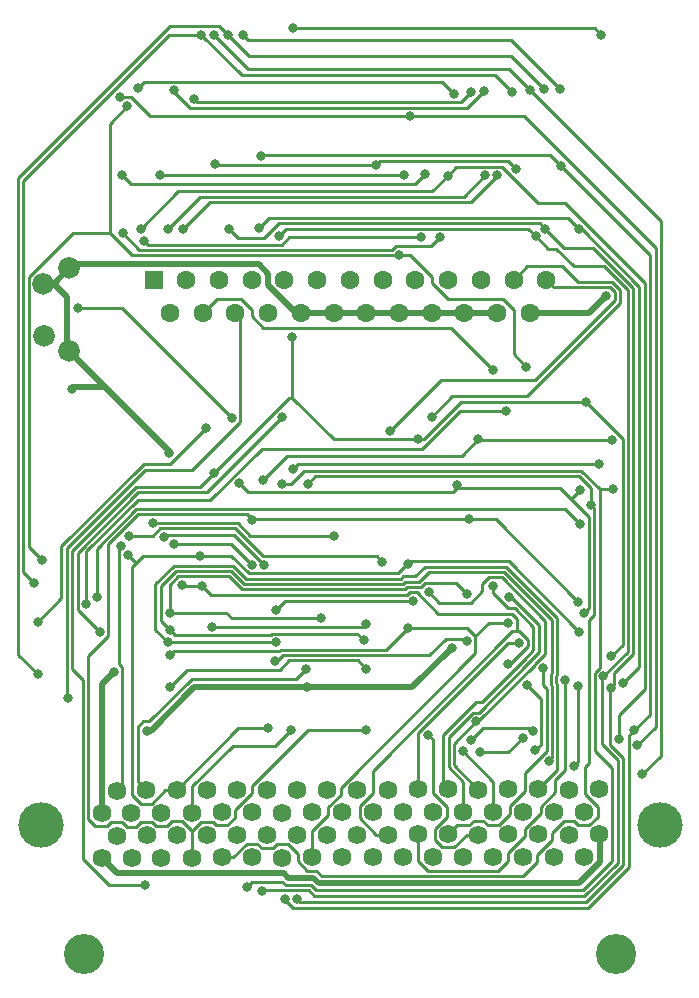
<source format=gbr>
%TF.GenerationSoftware,KiCad,Pcbnew,(6.0.2)*%
%TF.CreationDate,2022-05-20T20:38:17-05:00*%
%TF.ProjectId,REF1326_Optimized,52454631-3332-4365-9f4f-7074696d697a,rev?*%
%TF.SameCoordinates,Original*%
%TF.FileFunction,Copper,L2,Bot*%
%TF.FilePolarity,Positive*%
%FSLAX46Y46*%
G04 Gerber Fmt 4.6, Leading zero omitted, Abs format (unit mm)*
G04 Created by KiCad (PCBNEW (6.0.2)) date 2022-05-20 20:38:17*
%MOMM*%
%LPD*%
G01*
G04 APERTURE LIST*
%TA.AperFunction,ComponentPad*%
%ADD10R,1.600000X1.600000*%
%TD*%
%TA.AperFunction,ComponentPad*%
%ADD11C,1.600000*%
%TD*%
%TA.AperFunction,ComponentPad*%
%ADD12C,1.830000*%
%TD*%
%TA.AperFunction,ComponentPad*%
%ADD13C,1.590000*%
%TD*%
%TA.AperFunction,ComponentPad*%
%ADD14C,3.850000*%
%TD*%
%TA.AperFunction,ViaPad*%
%ADD15C,3.400000*%
%TD*%
%TA.AperFunction,ViaPad*%
%ADD16C,0.800000*%
%TD*%
%TA.AperFunction,Conductor*%
%ADD17C,0.250000*%
%TD*%
%TA.AperFunction,Conductor*%
%ADD18C,0.550000*%
%TD*%
%TA.AperFunction,Conductor*%
%ADD19C,0.200000*%
%TD*%
G04 APERTURE END LIST*
D10*
%TO.P,Z2,1,1*%
%TO.N,unconnected-(Z2-Pad1)*%
X127696000Y-75323000D03*
D11*
%TO.P,Z2,2,2*%
%TO.N,/Wire_21*%
X130466000Y-75323000D03*
%TO.P,Z2,3,3*%
%TO.N,/Wire_20*%
X133236000Y-75323000D03*
%TO.P,Z2,4,4*%
%TO.N,/Wire_19*%
X136006000Y-75323000D03*
%TO.P,Z2,5,5*%
%TO.N,/Wire_18*%
X138776000Y-75323000D03*
%TO.P,Z2,6,6*%
%TO.N,/Wire_1*%
X141546000Y-75323000D03*
%TO.P,Z2,7,7*%
%TO.N,unconnected-(Z2-Pad7)*%
X144316000Y-75323000D03*
%TO.P,Z2,8,8*%
%TO.N,unconnected-(Z2-Pad8)*%
X147086000Y-75323000D03*
%TO.P,Z2,9,9*%
%TO.N,unconnected-(Z2-Pad9)*%
X149856000Y-75323000D03*
%TO.P,Z2,10,10*%
%TO.N,/Wire_24*%
X152626000Y-75323000D03*
%TO.P,Z2,11,11*%
%TO.N,/Wire_25*%
X155396000Y-75323000D03*
%TO.P,Z2,12,12*%
%TO.N,/Wire_23*%
X158166000Y-75323000D03*
%TO.P,Z2,13,13*%
%TO.N,/Wire_22*%
X160936000Y-75323000D03*
%TO.P,Z2,14,P14*%
%TO.N,unconnected-(Z2-Pad14)*%
X129081000Y-78163000D03*
%TO.P,Z2,15,P15*%
%TO.N,/Wire_26*%
X131851000Y-78163000D03*
%TO.P,Z2,16,P16*%
%TO.N,/Wire_9*%
X134621000Y-78163000D03*
%TO.P,Z2,17,P17*%
%TO.N,unconnected-(Z2-Pad17)*%
X137391000Y-78163000D03*
%TO.P,Z2,18,P18*%
%TO.N,/GND*%
X140161000Y-78163000D03*
%TO.P,Z2,19,P19*%
X142931000Y-78163000D03*
%TO.P,Z2,20,P20*%
X145701000Y-78163000D03*
%TO.P,Z2,21,P21*%
X148471000Y-78163000D03*
%TO.P,Z2,22,P22*%
X151241000Y-78163000D03*
%TO.P,Z2,23,P23*%
X154011000Y-78163000D03*
%TO.P,Z2,24,P24*%
X156781000Y-78163000D03*
%TO.P,Z2,25,P25*%
X159551000Y-78163000D03*
%TD*%
D12*
%TO.P,Z1,1,1*%
%TO.N,/GND*%
X120549000Y-81397000D03*
%TO.P,Z1,2,2*%
%TO.N,/Wire_2*%
X118406000Y-80124000D03*
%TO.P,Z1,3,3*%
%TO.N,/GND*%
X118366000Y-75673000D03*
%TO.P,Z1,4,4*%
X120549000Y-74367000D03*
%TD*%
D13*
%TO.P,Z3,1*%
%TO.N,/Parallel_1*%
X124555000Y-118591000D03*
%TO.P,Z3,2*%
%TO.N,/Parallel_2*%
X127091000Y-118550000D03*
%TO.P,Z3,3*%
%TO.N,/Parallel_3*%
X129634300Y-118550000D03*
%TO.P,Z3,4*%
%TO.N,/Parallel_4*%
X132213000Y-118549000D03*
%TO.P,Z3,5*%
%TO.N,/Parallel_5*%
X134751000Y-118510300D03*
%TO.P,Z3,6*%
%TO.N,/Parallel_6*%
X137291000Y-118510300D03*
%TO.P,Z3,7*%
%TO.N,/Parallel_7*%
X139873700Y-118550000D03*
%TO.P,Z3,8*%
%TO.N,/Parallel_8*%
X142410000Y-118511000D03*
%TO.P,Z3,9*%
%TO.N,/Parallel_9*%
X144953000Y-118512000D03*
%TO.P,Z3,10*%
%TO.N,/Parallel_10*%
X147530000Y-118507000D03*
%TO.P,Z3,11*%
%TO.N,/Parallel_11*%
X150070000Y-118470000D03*
%TO.P,Z3,12*%
%TO.N,/Parallel_12*%
X152614000Y-118471000D03*
%TO.P,Z3,13*%
%TO.N,/Parallel_13*%
X155193100Y-118508000D03*
%TO.P,Z3,14*%
%TO.N,/Parallel_14*%
X157732000Y-118470000D03*
%TO.P,Z3,15*%
%TO.N,/Parallel_15*%
X160272000Y-118469000D03*
%TO.P,Z3,16*%
%TO.N,/Parallel_16*%
X162851000Y-118511000D03*
%TO.P,Z3,17*%
%TO.N,/Parallel_17*%
X165392800Y-118470600D03*
%TO.P,Z3,18*%
%TO.N,/Parallel_18*%
X164122800Y-120375600D03*
%TO.P,Z3,19*%
%TO.N,/Parallel_19*%
X161582000Y-120415000D03*
%TO.P,Z3,20*%
%TO.N,/Parallel_20*%
X159003100Y-120375600D03*
%TO.P,Z3,21*%
%TO.N,/Parallel_21*%
X156463100Y-120375600D03*
%TO.P,Z3,22*%
%TO.N,/Parallel_22*%
X153921000Y-120416000D03*
%TO.P,Z3,23*%
%TO.N,/Parallel_23*%
X151341000Y-120375000D03*
%TO.P,Z3,24*%
%TO.N,/Parallel_24*%
X148805000Y-120376000D03*
%TO.P,Z3,25*%
%TO.N,/Parallel_25*%
X146263400Y-120415300D03*
%TO.P,Z3,26*%
%TO.N,/Parallel_26*%
X143683700Y-120415300D03*
%TO.P,Z3,27*%
%TO.N,/Parallel_27*%
X141143700Y-120411000D03*
%TO.P,Z3,28*%
%TO.N,/Parallel_28*%
X138603000Y-120454000D03*
%TO.P,Z3,29*%
%TO.N,/Parallel_29*%
X136021000Y-120415000D03*
%TO.P,Z3,30*%
%TO.N,/Parallel_30*%
X133484000Y-120414000D03*
%TO.P,Z3,31*%
%TO.N,/Parallel_31*%
X130943000Y-120452000D03*
%TO.P,Z3,32*%
%TO.N,/Parallel_32*%
X128362000Y-120455000D03*
%TO.P,Z3,33*%
%TO.N,/Parallel_33*%
X125821000Y-120454000D03*
%TO.P,Z3,34*%
%TO.N,/GND*%
X123284300Y-120494600D03*
%TO.P,Z3,35*%
%TO.N,/Parallel_35*%
X124554300Y-122399600D03*
%TO.P,Z3,36*%
%TO.N,/Parallel_36*%
X127094300Y-122360000D03*
%TO.P,Z3,37*%
%TO.N,/Parallel_37*%
X129633000Y-122360000D03*
%TO.P,Z3,38*%
%TO.N,/Parallel_38*%
X132215000Y-122361000D03*
%TO.P,Z3,39*%
%TO.N,/Parallel_39*%
X134754000Y-122317000D03*
%TO.P,Z3,40*%
%TO.N,/Parallel_40*%
X137294000Y-122320300D03*
%TO.P,Z3,41*%
%TO.N,/Parallel_41*%
X139873700Y-122360000D03*
%TO.P,Z3,42*%
%TO.N,/Parallel_42*%
X142412000Y-122320000D03*
%TO.P,Z3,43*%
%TO.N,/Parallel_43*%
X144954000Y-122318000D03*
%TO.P,Z3,44*%
%TO.N,/Parallel_44*%
X147530000Y-122318000D03*
%TO.P,Z3,45*%
%TO.N,/Parallel_45*%
X150073400Y-122280600D03*
%TO.P,Z3,46*%
%TO.N,/Parallel_46*%
X152613000Y-122278000D03*
%TO.P,Z3,47*%
%TO.N,/Parallel_47*%
X155194000Y-122318000D03*
%TO.P,Z3,48*%
%TO.N,/Parallel_48*%
X157730000Y-122281000D03*
%TO.P,Z3,49*%
%TO.N,/Parallel_49*%
X160271000Y-122281000D03*
%TO.P,Z3,50*%
%TO.N,/Parallel_50*%
X162852000Y-122317000D03*
%TO.P,Z3,51*%
%TO.N,/GND*%
X165392800Y-122280600D03*
%TO.P,Z3,52*%
%TO.N,/Parallel_52*%
X164122800Y-124185600D03*
%TO.P,Z3,53*%
%TO.N,/Parallel_53*%
X161580000Y-124226000D03*
%TO.P,Z3,54*%
%TO.N,/Parallel_54*%
X159002000Y-124183000D03*
%TO.P,Z3,55*%
%TO.N,/Parallel_55*%
X156463100Y-124185600D03*
%TO.P,Z3,56*%
%TO.N,/Parallel_56*%
X153924000Y-124224000D03*
%TO.P,Z3,57*%
%TO.N,/Parallel_57*%
X151342000Y-124185000D03*
%TO.P,Z3,58*%
%TO.N,/Parallel_58*%
X148803400Y-124185600D03*
%TO.P,Z3,59*%
%TO.N,/Parallel_59*%
X146264000Y-124223000D03*
%TO.P,Z3,60*%
%TO.N,/Parallel_60*%
X143683000Y-124222000D03*
%TO.P,Z3,61*%
%TO.N,/Parallel_61*%
X141144000Y-124224000D03*
%TO.P,Z3,62*%
%TO.N,/Parallel_62*%
X138605000Y-124265000D03*
%TO.P,Z3,63*%
%TO.N,/Parallel_63*%
X136022000Y-124224000D03*
%TO.P,Z3,64*%
%TO.N,/Parallel_64*%
X133483000Y-124224000D03*
%TO.P,Z3,65*%
%TO.N,/Parallel_65*%
X130944000Y-124265000D03*
%TO.P,Z3,66*%
%TO.N,/Parallel_66*%
X128361000Y-124264000D03*
%TO.P,Z3,67*%
%TO.N,/Parallel_67*%
X125824000Y-124263000D03*
%TO.P,Z3,68*%
%TO.N,/GND*%
X123283000Y-124304600D03*
D14*
%TO.P,Z3,69*%
%TO.N,N/C*%
X118197000Y-121483000D03*
%TO.P,Z3,70*%
X170552000Y-121485000D03*
%TD*%
D15*
%TO.N,*%
X166831000Y-132439000D03*
X121785000Y-132440000D03*
D16*
%TO.N,/Wire_26*%
X156456000Y-83014500D03*
%TO.N,/Wire_22*%
X147744000Y-88119500D03*
%TO.N,/Wire_23*%
X151239000Y-86943900D03*
%TO.N,/Wire_9*%
X120453000Y-110762000D03*
%TO.N,/Wire_6*%
X121994000Y-102760000D03*
X157569000Y-86437700D03*
%TO.N,/Wire_5*%
X132130000Y-87914700D03*
X117864000Y-104346000D03*
%TO.N,/Wire_1*%
X123150000Y-105177000D03*
X138578000Y-86983100D03*
%TO.N,/Wire_14*%
X137045000Y-99480900D03*
X128575000Y-97125900D03*
%TO.N,/Wire_15*%
X136045000Y-99480900D03*
X129426000Y-97689900D03*
%TO.N,/Wire_11*%
X125627000Y-97069200D03*
X147073000Y-99233000D03*
%TO.N,/Wire_12*%
X142958000Y-97013200D03*
X127628000Y-95934800D03*
%TO.N,/Parallel_49*%
X129052000Y-105011000D03*
X145496000Y-105866000D03*
X161135000Y-116118000D03*
%TO.N,/Parallel_21*%
X129043000Y-109855000D03*
X153856000Y-115231000D03*
X145671000Y-108263000D03*
%TO.N,/Parallel_15*%
X128904000Y-106048000D03*
X138033000Y-106048000D03*
%TO.N,/Parallel_2*%
X140559000Y-108287000D03*
%TO.N,/Parallel_1*%
X124929000Y-97865700D03*
%TO.N,/Parallel_47*%
X154187000Y-101942000D03*
X129061000Y-103549000D03*
X141881000Y-103969000D03*
X150940000Y-113876000D03*
%TO.N,/Wire_7*%
X122870000Y-102179000D03*
X163822000Y-96060300D03*
%TO.N,/Wire_17*%
X154190000Y-105900000D03*
X137995000Y-107623000D03*
%TO.N,/Wire_16*%
X149660000Y-102531000D03*
X138081000Y-103261000D03*
%TO.N,/VCC*%
X127108000Y-113536000D03*
X152947000Y-106484000D03*
X140657000Y-109850000D03*
%TO.N,/Parallel_56*%
X124822000Y-59851400D03*
X168655000Y-114719000D03*
X149384000Y-61501800D03*
X160007000Y-115195000D03*
X159320000Y-109638000D03*
%TO.N,/Wire_13*%
X121260000Y-77763200D03*
X134310000Y-87069000D03*
%TO.N,/Wire_3*%
X125444000Y-60643900D03*
X148468000Y-73252400D03*
X118245000Y-99086800D03*
X159223000Y-82708500D03*
%TO.N,/Parallel_46*%
X153159000Y-59597400D03*
X160685000Y-108174000D03*
X126341000Y-59138200D03*
%TO.N,/Parallel_11*%
X131115000Y-60054500D03*
X158598000Y-106108000D03*
X154589000Y-59427200D03*
%TO.N,/Parallel_45*%
X162513000Y-109205000D03*
X155699000Y-59343400D03*
X129441000Y-59302100D03*
%TO.N,/Parallel_57*%
X163642000Y-109707000D03*
X163280000Y-116498000D03*
%TO.N,/Wire_4*%
X117552000Y-101003000D03*
X158042000Y-59437400D03*
X131739000Y-54597000D03*
%TO.N,/Parallel_23*%
X132767000Y-54595000D03*
X169053000Y-117221000D03*
X159530000Y-59263100D03*
%TO.N,/Wire_8*%
X117866000Y-108736000D03*
X160778000Y-59181600D03*
X133995000Y-54602500D03*
%TO.N,/Parallel_64*%
X162086000Y-59178800D03*
X140749000Y-92599200D03*
X164710000Y-94377800D03*
X135268000Y-54603800D03*
%TO.N,/Parallel_30*%
X139509000Y-91341100D03*
X165437000Y-90954400D03*
%TO.N,/Parallel_38*%
X166612000Y-93066300D03*
X135573000Y-126771000D03*
X138578000Y-92597600D03*
%TO.N,/Parallel_4*%
X139477000Y-54055000D03*
X136952000Y-92253300D03*
X166480000Y-88907000D03*
X165610000Y-54633700D03*
X155176000Y-88826600D03*
%TO.N,/Parallel_65*%
X136018000Y-95697300D03*
X154375000Y-95634500D03*
X163661000Y-102623000D03*
X145638000Y-113451000D03*
%TO.N,/Parallel_31*%
X134935000Y-92589500D03*
X163830000Y-93150200D03*
X153410000Y-92728000D03*
X139286000Y-113472000D03*
X164167000Y-103532000D03*
%TO.N,/Parallel_37*%
X164277000Y-85694900D03*
X126944000Y-126566000D03*
X166438000Y-107221000D03*
X139450000Y-80160100D03*
X150056000Y-88863900D03*
X132811000Y-91716900D03*
%TO.N,/Parallel_3*%
X136580000Y-71001000D03*
X167417000Y-109509000D03*
X149253000Y-99430600D03*
X125563000Y-98652900D03*
X137354000Y-113328000D03*
X163673000Y-71041500D03*
X131642000Y-98711800D03*
X163721000Y-105144000D03*
%TO.N,/Parallel_7*%
X138856000Y-127771000D03*
X162208000Y-65700800D03*
X168379000Y-113501000D03*
X136768000Y-64862800D03*
%TO.N,/Parallel_41*%
X134037000Y-71018600D03*
X139874000Y-127771000D03*
X166392000Y-109873000D03*
X160860000Y-71041800D03*
%TO.N,/Parallel_27*%
X165770000Y-108905000D03*
X160058000Y-71655200D03*
X138270000Y-71610900D03*
X136911000Y-127084000D03*
%TO.N,/Parallel_61*%
X158370000Y-65968500D03*
X157730000Y-104388000D03*
X132921000Y-65512600D03*
X129047000Y-107144000D03*
X146507000Y-65657800D03*
X149241000Y-104823000D03*
%TO.N,/Parallel_10*%
X159784000Y-113508000D03*
X132651000Y-104705000D03*
X154581000Y-114351000D03*
X156770000Y-66501300D03*
X130225000Y-71042500D03*
X145650000Y-104493000D03*
%TO.N,/Parallel_44*%
X157688000Y-107898000D03*
X155769000Y-66505900D03*
X130092000Y-101170000D03*
X128913000Y-71033600D03*
X131760000Y-101266000D03*
%TO.N,/Parallel_24*%
X158969000Y-114108000D03*
X148915000Y-66484800D03*
X128218000Y-66487700D03*
X155306000Y-115356000D03*
%TO.N,/Parallel_58*%
X167072000Y-114263000D03*
X126612000Y-71032000D03*
X152579000Y-66526100D03*
%TO.N,/Parallel_12*%
X125087000Y-71402400D03*
X156407000Y-101294000D03*
X151927000Y-71741400D03*
%TO.N,/Parallel_22*%
X150654000Y-66425700D03*
X124985000Y-66451900D03*
X157764000Y-102169000D03*
%TO.N,/Parallel_13*%
X150359000Y-71741400D03*
X150969000Y-101754000D03*
X126905000Y-72054700D03*
X155010000Y-112734000D03*
%TO.N,/GND*%
X166025000Y-76710400D03*
X129014000Y-89972600D03*
X124318000Y-108547000D03*
X120750900Y-84591600D03*
%TD*%
D17*
%TO.N,/Wire_26*%
X133022000Y-76992500D02*
X131851000Y-78163000D01*
X135092000Y-76992500D02*
X133022000Y-76992500D01*
X136006000Y-77906000D02*
X135092000Y-76992500D01*
X136006000Y-78440900D02*
X136006000Y-77906000D01*
X136986000Y-79420900D02*
X136006000Y-78440900D01*
X152862000Y-79420900D02*
X136986000Y-79420900D01*
X156456000Y-83014500D02*
X152862000Y-79420900D01*
%TO.N,/Wire_22*%
X152044000Y-83819100D02*
X147744000Y-88119500D01*
X160022000Y-83819100D02*
X152044000Y-83819100D01*
X166751000Y-77090800D02*
X160022000Y-83819100D01*
X166751000Y-76409900D02*
X166751000Y-77090800D01*
X166326000Y-75985100D02*
X166751000Y-76409900D01*
X161598000Y-75985100D02*
X166326000Y-75985100D01*
X160936000Y-75323000D02*
X161598000Y-75985100D01*
%TO.N,/Wire_23*%
X159341000Y-74147900D02*
X158166000Y-75323000D01*
X162233000Y-74147900D02*
X159341000Y-74147900D01*
X163620000Y-75534800D02*
X162233000Y-74147900D01*
X166512000Y-75534800D02*
X163620000Y-75534800D01*
X167201000Y-76223300D02*
X166512000Y-75534800D01*
X167201000Y-77300200D02*
X167201000Y-76223300D01*
X159278000Y-85223000D02*
X167201000Y-77300200D01*
X152960000Y-85223000D02*
X159278000Y-85223000D01*
X151239000Y-86943900D02*
X152960000Y-85223000D01*
%TO.N,/Wire_9*%
X120344000Y-110652000D02*
X120453000Y-110762000D01*
X120344000Y-98086300D02*
X120344000Y-110652000D01*
X126964000Y-91465400D02*
X120344000Y-98086300D01*
X130965000Y-91465400D02*
X126964000Y-91465400D01*
X135037000Y-87393800D02*
X130965000Y-91465400D01*
X135037000Y-78578800D02*
X135037000Y-87393800D01*
X134621000Y-78163000D02*
X135037000Y-78578800D01*
%TO.N,/Wire_6*%
X121994000Y-98346200D02*
X121994000Y-102760000D01*
X126350000Y-93990400D02*
X121994000Y-98346200D01*
X132493000Y-93990400D02*
X126350000Y-93990400D01*
X136831000Y-89652100D02*
X132493000Y-93990400D01*
X150435000Y-89652100D02*
X136831000Y-89652100D01*
X153649000Y-86437700D02*
X150435000Y-89652100D01*
X157569000Y-86437700D02*
X153649000Y-86437700D01*
%TO.N,/Wire_5*%
X119893000Y-102318000D02*
X117864000Y-104346000D01*
X119893000Y-97894900D02*
X119893000Y-102318000D01*
X126841000Y-90947400D02*
X119893000Y-97894900D01*
X129098000Y-90947400D02*
X126841000Y-90947400D01*
X132130000Y-87914700D02*
X129098000Y-90947400D01*
%TO.N,/Wire_1*%
X132246000Y-93314800D02*
X138578000Y-86983100D01*
X126389000Y-93314800D02*
X132246000Y-93314800D01*
X121269000Y-98434700D02*
X126389000Y-93314800D01*
X121269000Y-103296000D02*
X121269000Y-98434700D01*
X123150000Y-105177000D02*
X121269000Y-103296000D01*
%TO.N,/Wire_14*%
X137045000Y-99455500D02*
X137045000Y-99480900D01*
X134527000Y-96936800D02*
X137045000Y-99455500D01*
X128764000Y-96936800D02*
X134527000Y-96936800D01*
X128575000Y-97125900D02*
X128764000Y-96936800D01*
%TO.N,/Wire_15*%
X134254000Y-97689900D02*
X136045000Y-99480900D01*
X129426000Y-97689900D02*
X134254000Y-97689900D01*
%TO.N,/Wire_11*%
X127606000Y-97069200D02*
X125627000Y-97069200D01*
X128274000Y-96400600D02*
X127606000Y-97069200D01*
X134627000Y-96400600D02*
X128274000Y-96400600D01*
X136982000Y-98755600D02*
X134627000Y-96400600D01*
X146595000Y-98755600D02*
X136982000Y-98755600D01*
X147073000Y-99233000D02*
X146595000Y-98755600D01*
%TO.N,/Wire_12*%
X135877000Y-97013200D02*
X142958000Y-97013200D01*
X134798000Y-95934800D02*
X135877000Y-97013200D01*
X127628000Y-95934800D02*
X134798000Y-95934800D01*
%TO.N,/Parallel_49*%
X161410000Y-115843000D02*
X161135000Y-116118000D01*
X161410000Y-109765000D02*
X161410000Y-115843000D01*
X161337000Y-109692000D02*
X161410000Y-109765000D01*
X161337000Y-108718000D02*
X161337000Y-109692000D01*
X161410000Y-108645000D02*
X161337000Y-108718000D01*
X161410000Y-104150000D02*
X161410000Y-108645000D01*
X157342000Y-100081000D02*
X161410000Y-104150000D01*
X150979000Y-100081000D02*
X157342000Y-100081000D01*
X150155000Y-100905000D02*
X150979000Y-100081000D01*
X148986000Y-100905000D02*
X150155000Y-100905000D01*
X148785000Y-101107000D02*
X148986000Y-100905000D01*
X135371000Y-101107000D02*
X148785000Y-101107000D01*
X134258000Y-99993900D02*
X135371000Y-101107000D01*
X129605000Y-99993900D02*
X134258000Y-99993900D01*
X128309000Y-101290000D02*
X129605000Y-99993900D01*
X128309000Y-104267000D02*
X128309000Y-101290000D01*
X129052000Y-105011000D02*
X128309000Y-104267000D01*
X129481000Y-105439000D02*
X129052000Y-105011000D01*
X137616000Y-105439000D02*
X129481000Y-105439000D01*
X137733000Y-105323000D02*
X137616000Y-105439000D01*
X144952000Y-105323000D02*
X137733000Y-105323000D01*
X145496000Y-105866000D02*
X144952000Y-105323000D01*
%TO.N,/Parallel_21*%
X144969000Y-107562000D02*
X145671000Y-108263000D01*
X139164000Y-107562000D02*
X144969000Y-107562000D01*
X138371000Y-108355000D02*
X139164000Y-107562000D01*
X130543000Y-108355000D02*
X138371000Y-108355000D01*
X129043000Y-109855000D02*
X130543000Y-108355000D01*
X156463000Y-120376000D02*
X156463000Y-119889500D01*
X156463000Y-117838000D02*
X153856000Y-115231000D01*
X156463000Y-119889500D02*
X156463000Y-117838000D01*
X156463100Y-119889600D02*
X156463100Y-120375600D01*
X156463000Y-119889500D02*
X156463100Y-119889600D01*
%TO.N,/Parallel_15*%
X161861000Y-116880000D02*
X160272000Y-118469000D01*
X161861000Y-109578000D02*
X161861000Y-116880000D01*
X161788000Y-109505000D02*
X161861000Y-109578000D01*
X161788000Y-108904000D02*
X161788000Y-109505000D01*
X161861000Y-108831000D02*
X161788000Y-108904000D01*
X161861000Y-103963000D02*
X161861000Y-108831000D01*
X157528000Y-99630900D02*
X161861000Y-103963000D01*
X150676000Y-99630900D02*
X157528000Y-99630900D01*
X149852000Y-100455000D02*
X150676000Y-99630900D01*
X148800000Y-100455000D02*
X149852000Y-100455000D01*
X148598000Y-100657000D02*
X148800000Y-100455000D01*
X135558000Y-100657000D02*
X148598000Y-100657000D01*
X134445000Y-99543600D02*
X135558000Y-100657000D01*
X129418000Y-99543600D02*
X134445000Y-99543600D01*
X127836000Y-101127000D02*
X129418000Y-99543600D01*
X127836000Y-104979000D02*
X127836000Y-101127000D01*
X128904000Y-106048000D02*
X127836000Y-104979000D01*
X128904000Y-106048000D02*
X138033000Y-106048000D01*
%TO.N,/Parallel_2*%
X126381000Y-117840000D02*
X127091000Y-118550000D01*
X126381000Y-113194000D02*
X126381000Y-117840000D01*
X126836000Y-112739000D02*
X126381000Y-113194000D01*
X127344000Y-112739000D02*
X126836000Y-112739000D01*
X130959000Y-109124000D02*
X127344000Y-112739000D01*
X139722000Y-109124000D02*
X130959000Y-109124000D01*
X140559000Y-108287000D02*
X139722000Y-109124000D01*
%TO.N,/Parallel_1*%
X124788000Y-98006400D02*
X124929000Y-97865700D01*
X124788000Y-107869000D02*
X124788000Y-98006400D01*
X125047000Y-108128000D02*
X124788000Y-107869000D01*
X125047000Y-118099000D02*
X125047000Y-108128000D01*
X124555000Y-118591000D02*
X125047000Y-118099000D01*
%TO.N,/Parallel_47*%
X141858000Y-103992000D02*
X141881000Y-103969000D01*
X134308000Y-103992000D02*
X141858000Y-103992000D01*
X133865000Y-103549000D02*
X134308000Y-103992000D01*
X129061000Y-103549000D02*
X133865000Y-103549000D01*
X129061000Y-101175000D02*
X129061000Y-103549000D01*
X129792000Y-100444000D02*
X129061000Y-101175000D01*
X134072000Y-100444000D02*
X129792000Y-100444000D01*
X135185000Y-101557000D02*
X134072000Y-100444000D01*
X148971000Y-101557000D02*
X135185000Y-101557000D01*
X149173000Y-101356000D02*
X148971000Y-101557000D01*
X150342000Y-101356000D02*
X149173000Y-101356000D01*
X150669000Y-101029000D02*
X150342000Y-101356000D01*
X153274000Y-101029000D02*
X150669000Y-101029000D01*
X154187000Y-101942000D02*
X153274000Y-101029000D01*
X151329000Y-114265000D02*
X150940000Y-113876000D01*
X151329000Y-118771000D02*
X151329000Y-114265000D01*
X152501000Y-119943000D02*
X151329000Y-118771000D01*
X152501000Y-120799000D02*
X152501000Y-119943000D01*
X151493000Y-121808000D02*
X152501000Y-120799000D01*
X151493000Y-122747000D02*
X151493000Y-121808000D01*
X152144000Y-123398000D02*
X151493000Y-122747000D01*
X153163000Y-123398000D02*
X152144000Y-123398000D01*
X154244000Y-122318000D02*
X153163000Y-123398000D01*
X155194000Y-122318000D02*
X154244000Y-122318000D01*
%TO.N,/Wire_7*%
X122870000Y-98115000D02*
X122870000Y-102179000D01*
X126226000Y-94759200D02*
X122870000Y-98115000D01*
X162521000Y-94759200D02*
X126226000Y-94759200D01*
X163822000Y-96060300D02*
X162521000Y-94759200D01*
%TO.N,/Wire_17*%
X154014000Y-105724000D02*
X154190000Y-105900000D01*
X152415000Y-105724000D02*
X154014000Y-105724000D01*
X151032000Y-107108000D02*
X152415000Y-105724000D01*
X138636000Y-107108000D02*
X151032000Y-107108000D01*
X138121000Y-107623000D02*
X138636000Y-107108000D01*
X137995000Y-107623000D02*
X138121000Y-107623000D01*
%TO.N,/Wire_16*%
X138811000Y-102531000D02*
X138081000Y-103261000D01*
X149660000Y-102531000D02*
X138811000Y-102531000D01*
D18*
%TO.N,/VCC*%
X149581000Y-109850000D02*
X140657000Y-109850000D01*
X152947000Y-106484000D02*
X149581000Y-109850000D01*
X127439000Y-113536000D02*
X127108000Y-113536000D01*
X131126000Y-109850000D02*
X127439000Y-113536000D01*
X140657000Y-109850000D02*
X131126000Y-109850000D01*
D17*
%TO.N,/Parallel_56*%
X127423000Y-61501800D02*
X149384000Y-61501800D01*
X125773000Y-59851400D02*
X127423000Y-61501800D01*
X124822000Y-59851400D02*
X125773000Y-59851400D01*
X170193000Y-113181000D02*
X168655000Y-114719000D01*
X170193000Y-72646900D02*
X170193000Y-113181000D01*
X159048000Y-61501800D02*
X170193000Y-72646900D01*
X149384000Y-61501800D02*
X159048000Y-61501800D01*
X160510000Y-110827000D02*
X159320000Y-109638000D01*
X160510000Y-114692000D02*
X160510000Y-110827000D01*
X160007000Y-115195000D02*
X160510000Y-114692000D01*
%TO.N,/Wire_13*%
X125004000Y-77763200D02*
X121260000Y-77763200D01*
X134310000Y-87069000D02*
X125004000Y-77763200D01*
%TO.N,/Wire_3*%
X148462000Y-73258400D02*
X148468000Y-73252400D01*
X125874000Y-73258400D02*
X148462000Y-73258400D01*
X123975000Y-71360000D02*
X125874000Y-73258400D01*
X117126000Y-97967200D02*
X118245000Y-99086800D01*
X117126000Y-75140800D02*
X117126000Y-97967200D01*
X120906000Y-71360000D02*
X117126000Y-75140800D01*
X123975000Y-71360000D02*
X120906000Y-71360000D01*
X123975000Y-62112300D02*
X125444000Y-60643900D01*
X123975000Y-71360000D02*
X123975000Y-62112300D01*
X158166000Y-81651900D02*
X159223000Y-82708500D01*
X158166000Y-77906000D02*
X158166000Y-81651900D01*
X157252000Y-76992500D02*
X158166000Y-77906000D01*
X152625000Y-76992500D02*
X157252000Y-76992500D01*
X151241000Y-75608600D02*
X152625000Y-76992500D01*
X151241000Y-75107700D02*
X151241000Y-75608600D01*
X149386000Y-73252400D02*
X151241000Y-75107700D01*
X148468000Y-73252400D02*
X149386000Y-73252400D01*
%TO.N,/Parallel_46*%
X152138000Y-58576800D02*
X153159000Y-59597400D01*
X126902000Y-58576800D02*
X152138000Y-58576800D01*
X126341000Y-59138200D02*
X126902000Y-58576800D01*
X153355000Y-121536000D02*
X152613000Y-122278000D01*
X154391000Y-121536000D02*
X153355000Y-121536000D01*
X154784000Y-121143000D02*
X154391000Y-121536000D01*
X155625000Y-121143000D02*
X154784000Y-121143000D01*
X155981000Y-121499000D02*
X155625000Y-121143000D01*
X156924000Y-121499000D02*
X155981000Y-121499000D01*
X157883000Y-120540000D02*
X156924000Y-121499000D01*
X157883000Y-119908000D02*
X157883000Y-120540000D01*
X159152000Y-118639000D02*
X157883000Y-119908000D01*
X159152000Y-117076000D02*
X159152000Y-118639000D01*
X160960000Y-115268000D02*
X159152000Y-117076000D01*
X160960000Y-109952000D02*
X160960000Y-115268000D01*
X160685000Y-109676000D02*
X160960000Y-109952000D01*
X160685000Y-108174000D02*
X160685000Y-109676000D01*
%TO.N,/Parallel_11*%
X153690000Y-60326100D02*
X154589000Y-59427200D01*
X131387000Y-60326100D02*
X153690000Y-60326100D01*
X131115000Y-60054500D02*
X131387000Y-60326100D01*
X157677000Y-106108000D02*
X158598000Y-106108000D01*
X150070000Y-113715000D02*
X157677000Y-106108000D01*
X150070000Y-118470000D02*
X150070000Y-113715000D01*
%TO.N,/Parallel_45*%
X154266000Y-60776400D02*
X155699000Y-59343400D01*
X131419000Y-60776400D02*
X154266000Y-60776400D01*
X131416000Y-60779800D02*
X131419000Y-60776400D01*
X130815000Y-60779800D02*
X131416000Y-60779800D01*
X129441000Y-59406200D02*
X130815000Y-60779800D01*
X129441000Y-59302100D02*
X129441000Y-59406200D01*
X150073000Y-124512000D02*
X150073000Y-122785400D01*
X150938000Y-125376000D02*
X150073000Y-124512000D01*
X156884000Y-125376000D02*
X150938000Y-125376000D01*
X157734000Y-124526000D02*
X156884000Y-125376000D01*
X157734000Y-123864000D02*
X157734000Y-124526000D01*
X159151000Y-122447000D02*
X157734000Y-123864000D01*
X159151000Y-121817000D02*
X159151000Y-122447000D01*
X160452000Y-120516000D02*
X159151000Y-121817000D01*
X160452000Y-119961000D02*
X160452000Y-120516000D01*
X161721000Y-118692000D02*
X160452000Y-119961000D01*
X161721000Y-117657000D02*
X161721000Y-118692000D01*
X162513000Y-116865000D02*
X161721000Y-117657000D01*
X162513000Y-109205000D02*
X162513000Y-116865000D01*
X150073000Y-122785400D02*
X150073000Y-122281000D01*
X150073400Y-122785000D02*
X150073400Y-122280600D01*
X150073000Y-122785400D02*
X150073400Y-122785000D01*
%TO.N,/Parallel_57*%
X163642000Y-116135000D02*
X163280000Y-116498000D01*
X163642000Y-109707000D02*
X163642000Y-116135000D01*
%TO.N,/Wire_4*%
X156641000Y-58036600D02*
X158042000Y-59437400D01*
X135178000Y-58036600D02*
X156641000Y-58036600D01*
X131739000Y-54597000D02*
X135178000Y-58036600D01*
X116674000Y-100126000D02*
X117552000Y-101003000D01*
X116674000Y-66948600D02*
X116674000Y-100126000D01*
X129026000Y-54597000D02*
X116674000Y-66948600D01*
X131739000Y-54597000D02*
X129026000Y-54597000D01*
%TO.N,/Parallel_23*%
X170644000Y-70376200D02*
X159530000Y-59263100D01*
X170644000Y-115630000D02*
X170644000Y-70376200D01*
X169053000Y-117221000D02*
X170644000Y-115630000D01*
X157787000Y-57520100D02*
X159530000Y-59263100D01*
X135692000Y-57520100D02*
X157787000Y-57520100D01*
X132767000Y-54595000D02*
X135692000Y-57520100D01*
%TO.N,/Wire_8*%
X116224000Y-107093000D02*
X117866000Y-108736000D01*
X116224000Y-66762000D02*
X116224000Y-107093000D01*
X129118000Y-53867800D02*
X116224000Y-66762000D01*
X133260000Y-53867800D02*
X129118000Y-53867800D01*
X133995000Y-54602500D02*
X133260000Y-53867800D01*
X135751000Y-56358700D02*
X133995000Y-54602500D01*
X157956000Y-56358700D02*
X135751000Y-56358700D01*
X160778000Y-59181600D02*
X157956000Y-56358700D01*
%TO.N,/Parallel_64*%
X164710000Y-92985500D02*
X164710000Y-94377800D01*
X163698000Y-91974500D02*
X164710000Y-92985500D01*
X141373000Y-91974500D02*
X163698000Y-91974500D01*
X140749000Y-92599200D02*
X141373000Y-91974500D01*
X135728000Y-55063900D02*
X135268000Y-54603800D01*
X157971000Y-55063900D02*
X135728000Y-55063900D01*
X162086000Y-59178800D02*
X157971000Y-55063900D01*
X134435000Y-124224000D02*
X133483000Y-124224000D01*
X135573000Y-123086000D02*
X134435000Y-124224000D01*
X136472000Y-123086000D02*
X135573000Y-123086000D01*
X136831000Y-123445000D02*
X136472000Y-123086000D01*
X137797000Y-123445000D02*
X136831000Y-123445000D01*
X138116000Y-123127000D02*
X137797000Y-123445000D01*
X139054000Y-123127000D02*
X138116000Y-123127000D01*
X139895000Y-123968000D02*
X139054000Y-123127000D01*
X139895000Y-124584000D02*
X139895000Y-123968000D01*
X140673000Y-125362000D02*
X139895000Y-124584000D01*
X141474000Y-125362000D02*
X140673000Y-125362000D01*
X141938000Y-125826000D02*
X141474000Y-125362000D01*
X158943000Y-125826000D02*
X141938000Y-125826000D01*
X160132000Y-124638000D02*
X158943000Y-125826000D01*
X160132000Y-124005000D02*
X160132000Y-124638000D01*
X161402000Y-122734000D02*
X160132000Y-124005000D01*
X161402000Y-122181000D02*
X161402000Y-122734000D01*
X162427000Y-121156000D02*
X161402000Y-122181000D01*
X163297000Y-121156000D02*
X162427000Y-121156000D01*
X163654000Y-121513000D02*
X163297000Y-121156000D01*
X164570000Y-121513000D02*
X163654000Y-121513000D01*
X165282000Y-120801000D02*
X164570000Y-121513000D01*
X165282000Y-119947000D02*
X165282000Y-120801000D01*
X164232000Y-118898000D02*
X165282000Y-119947000D01*
X164232000Y-116627000D02*
X164232000Y-118898000D01*
X164595000Y-116264000D02*
X164232000Y-116627000D01*
X164595000Y-104130000D02*
X164595000Y-116264000D01*
X164998000Y-103727000D02*
X164595000Y-104130000D01*
X164998000Y-94666400D02*
X164998000Y-103727000D01*
X164710000Y-94377800D02*
X164998000Y-94666400D01*
%TO.N,/Parallel_30*%
X139896000Y-90954400D02*
X139509000Y-91341100D01*
X165437000Y-90954400D02*
X139896000Y-90954400D01*
%TO.N,/Parallel_38*%
X165448000Y-93066300D02*
X166612000Y-93066300D01*
X139312000Y-92597600D02*
X138578000Y-92597600D01*
X140397000Y-91513100D02*
X139312000Y-92597600D01*
X163895000Y-91513100D02*
X140397000Y-91513100D01*
X165448000Y-93066300D02*
X163895000Y-91513100D01*
X136053000Y-126291000D02*
X135573000Y-126771000D01*
X138579000Y-126291000D02*
X136053000Y-126291000D01*
X138883000Y-126596000D02*
X138579000Y-126291000D01*
X141010000Y-126596000D02*
X138883000Y-126596000D01*
X141464000Y-127050000D02*
X141010000Y-126596000D01*
X164015000Y-127050000D02*
X141464000Y-127050000D01*
X166545000Y-124520000D02*
X164015000Y-127050000D01*
X166545000Y-116702000D02*
X166545000Y-124520000D01*
X165045000Y-115202000D02*
X166545000Y-116702000D01*
X165045000Y-108604000D02*
X165045000Y-115202000D01*
X165448000Y-108201000D02*
X165045000Y-108604000D01*
X165448000Y-93066300D02*
X165448000Y-108201000D01*
%TO.N,/Parallel_4*%
X165031000Y-54055000D02*
X165610000Y-54633700D01*
X139477000Y-54055000D02*
X165031000Y-54055000D01*
X155256000Y-88907000D02*
X155176000Y-88826600D01*
X166480000Y-88907000D02*
X155256000Y-88907000D01*
X153774000Y-90229000D02*
X155176000Y-88826600D01*
X138977000Y-90229000D02*
X153774000Y-90229000D01*
X136952000Y-92253300D02*
X138977000Y-90229000D01*
%TO.N,/Parallel_65*%
X130943000Y-124264000D02*
X130944000Y-124265000D01*
X130943000Y-122042000D02*
X130943000Y-124264000D01*
X136018000Y-95697300D02*
X136018000Y-95634500D01*
X140733000Y-113451000D02*
X145638000Y-113451000D01*
X136021000Y-118163000D02*
X140733000Y-113451000D01*
X136021000Y-118828000D02*
X136021000Y-118163000D01*
X134604000Y-120244000D02*
X136021000Y-118828000D01*
X134604000Y-120878000D02*
X134604000Y-120244000D01*
X133936000Y-121546000D02*
X134604000Y-120878000D01*
X133008000Y-121546000D02*
X133936000Y-121546000D01*
X132699000Y-121237000D02*
X133008000Y-121546000D01*
X131749000Y-121237000D02*
X132699000Y-121237000D01*
X130943000Y-122042000D02*
X131749000Y-121237000D01*
X156672000Y-95634500D02*
X163661000Y-102623000D01*
X154375000Y-95634500D02*
X156672000Y-95634500D01*
X136018000Y-95634500D02*
X154375000Y-95634500D01*
X130094000Y-121193000D02*
X130943000Y-122042000D01*
X129212000Y-121193000D02*
X130094000Y-121193000D01*
X128793000Y-121612000D02*
X129212000Y-121193000D01*
X127931000Y-121612000D02*
X128793000Y-121612000D01*
X127558000Y-121239000D02*
X127931000Y-121612000D01*
X126625000Y-121239000D02*
X127558000Y-121239000D01*
X126208000Y-121657000D02*
X126625000Y-121239000D01*
X125418000Y-121657000D02*
X126208000Y-121657000D01*
X125025000Y-121264000D02*
X125418000Y-121657000D01*
X124102000Y-121264000D02*
X125025000Y-121264000D01*
X123751000Y-121615000D02*
X124102000Y-121264000D01*
X122738000Y-121615000D02*
X123751000Y-121615000D01*
X122132000Y-121009000D02*
X122738000Y-121615000D01*
X122132000Y-107220000D02*
X122132000Y-121009000D01*
X123875000Y-105477000D02*
X122132000Y-107220000D01*
X123875000Y-97747000D02*
X123875000Y-105477000D01*
X126413000Y-95209500D02*
X123875000Y-97747000D01*
X135593000Y-95209500D02*
X126413000Y-95209500D01*
X136018000Y-95634500D02*
X135593000Y-95209500D01*
%TO.N,/Parallel_31*%
X162113000Y-92992800D02*
X153410000Y-92992800D01*
X163050000Y-93930400D02*
X162113000Y-92992800D01*
X163050000Y-93930400D02*
X163830000Y-93150200D01*
X164548000Y-103151000D02*
X164167000Y-103532000D01*
X164548000Y-95428000D02*
X164548000Y-103151000D01*
X163050000Y-93930400D02*
X164548000Y-95428000D01*
X153410000Y-92992800D02*
X153410000Y-92728000D01*
X137978000Y-114780000D02*
X139286000Y-113472000D01*
X134374000Y-114780000D02*
X137978000Y-114780000D01*
X130943000Y-118211000D02*
X134374000Y-114780000D01*
X130943000Y-120452000D02*
X130943000Y-118211000D01*
X135675000Y-93329200D02*
X134935000Y-92589500D01*
X153073000Y-93329200D02*
X135675000Y-93329200D01*
X153410000Y-92992800D02*
X153073000Y-93329200D01*
%TO.N,/Parallel_37*%
X142955000Y-88863900D02*
X150056000Y-88863900D01*
X139450000Y-85359400D02*
X142955000Y-88863900D01*
X139168000Y-85359400D02*
X132811000Y-91716900D01*
X139450000Y-85359400D02*
X139168000Y-85359400D01*
X139450000Y-85359400D02*
X139450000Y-80160100D01*
X150586000Y-88863900D02*
X150056000Y-88863900D01*
X153755000Y-85694900D02*
X150586000Y-88863900D01*
X164277000Y-85694900D02*
X153755000Y-85694900D01*
X164294000Y-85694900D02*
X164277000Y-85694900D01*
X167396000Y-88797400D02*
X164294000Y-85694900D01*
X167396000Y-106262000D02*
X167396000Y-88797400D01*
X166438000Y-107221000D02*
X167396000Y-106262000D01*
X123899000Y-126566000D02*
X126944000Y-126566000D01*
X121680000Y-124347000D02*
X123899000Y-126566000D01*
X121680000Y-109201000D02*
X121680000Y-124347000D01*
X120794000Y-108315000D02*
X121680000Y-109201000D01*
X120794000Y-98272800D02*
X120794000Y-108315000D01*
X126202000Y-92864500D02*
X120794000Y-98272800D01*
X131663000Y-92864500D02*
X126202000Y-92864500D01*
X132811000Y-91716900D02*
X131663000Y-92864500D01*
%TO.N,/Parallel_3*%
X126818000Y-98711800D02*
X131642000Y-98711800D01*
X126220000Y-99310200D02*
X126818000Y-98711800D01*
X125563000Y-98652900D02*
X126220000Y-99310200D01*
X163930000Y-71041500D02*
X163673000Y-71041500D01*
X168808000Y-75919800D02*
X163930000Y-71041500D01*
X168808000Y-108118000D02*
X168808000Y-75919800D01*
X167417000Y-109509000D02*
X168808000Y-108118000D01*
X162747000Y-70115400D02*
X163673000Y-71041500D01*
X137466000Y-70115400D02*
X162747000Y-70115400D01*
X136580000Y-71001000D02*
X137466000Y-70115400D01*
X134250000Y-98711800D02*
X131642000Y-98711800D01*
X135744000Y-100206000D02*
X134250000Y-98711800D01*
X148412000Y-100206000D02*
X135744000Y-100206000D01*
X149187000Y-99430600D02*
X148412000Y-100206000D01*
X149253000Y-99430600D02*
X149187000Y-99430600D01*
X149511000Y-99171900D02*
X149253000Y-99430600D01*
X157749000Y-99171900D02*
X149511000Y-99171900D01*
X163721000Y-105144000D02*
X157749000Y-99171900D01*
X129634000Y-118550000D02*
X129634300Y-118549700D01*
X128683000Y-118550000D02*
X129634000Y-118550000D01*
X127525000Y-119708000D02*
X128683000Y-118550000D01*
X126662000Y-119708000D02*
X127525000Y-119708000D01*
X125898000Y-118944000D02*
X126662000Y-119708000D01*
X125898000Y-99632000D02*
X125898000Y-118944000D01*
X126220000Y-99310200D02*
X125898000Y-99632000D01*
X134856000Y-113328000D02*
X137354000Y-113328000D01*
X129634300Y-118549700D02*
X134856000Y-113328000D01*
X129634300Y-118549700D02*
X129634300Y-118550000D01*
%TO.N,/Parallel_7*%
X169722000Y-112158000D02*
X168379000Y-113501000D01*
X169722000Y-73213900D02*
X169722000Y-112158000D01*
X162208000Y-65700800D02*
X169722000Y-73213900D01*
X167912000Y-113968000D02*
X168379000Y-113501000D01*
X167912000Y-125064000D02*
X167912000Y-113968000D01*
X164477000Y-128498000D02*
X167912000Y-125064000D01*
X139510000Y-128498000D02*
X164477000Y-128498000D01*
X138856000Y-127845000D02*
X139510000Y-128498000D01*
X138856000Y-127771000D02*
X138856000Y-127845000D01*
X161284000Y-64776000D02*
X162208000Y-65700800D01*
X136855000Y-64776000D02*
X161284000Y-64776000D01*
X136768000Y-64862800D02*
X136855000Y-64776000D01*
%TO.N,/Parallel_41*%
X162450000Y-72631700D02*
X160860000Y-71041800D01*
X164883000Y-72631700D02*
X162450000Y-72631700D01*
X168308000Y-76056900D02*
X164883000Y-72631700D01*
X168308000Y-107013000D02*
X168308000Y-76056900D01*
X166685000Y-108636000D02*
X168308000Y-107013000D01*
X166685000Y-109580000D02*
X166685000Y-108636000D01*
X166392000Y-109873000D02*
X166685000Y-109580000D01*
X140097000Y-127994000D02*
X139874000Y-127771000D01*
X164344000Y-127994000D02*
X140097000Y-127994000D01*
X167461000Y-124877000D02*
X164344000Y-127994000D01*
X167461000Y-115858000D02*
X167461000Y-124877000D01*
X166347000Y-114744000D02*
X167461000Y-115858000D01*
X166347000Y-109918000D02*
X166347000Y-114744000D01*
X166392000Y-109873000D02*
X166347000Y-109918000D01*
X160384000Y-70565700D02*
X160860000Y-71041800D01*
X138289000Y-70565700D02*
X160384000Y-70565700D01*
X137058000Y-71796400D02*
X138289000Y-70565700D01*
X134815000Y-71796400D02*
X137058000Y-71796400D01*
X134037000Y-71018600D02*
X134815000Y-71796400D01*
%TO.N,/Parallel_27*%
X136949000Y-127046000D02*
X136911000Y-127084000D01*
X140823000Y-127046000D02*
X136949000Y-127046000D01*
X141306000Y-127529000D02*
X140823000Y-127046000D01*
X164172000Y-127529000D02*
X141306000Y-127529000D01*
X166995000Y-124706000D02*
X164172000Y-127529000D01*
X166995000Y-116029000D02*
X166995000Y-124706000D01*
X165643000Y-114677000D02*
X166995000Y-116029000D01*
X165643000Y-109032000D02*
X165643000Y-114677000D01*
X165770000Y-108905000D02*
X165643000Y-109032000D01*
X159419000Y-71016000D02*
X160058000Y-71655200D01*
X138865000Y-71016000D02*
X159419000Y-71016000D01*
X138270000Y-71610900D02*
X138865000Y-71016000D01*
X165780000Y-108905000D02*
X165770000Y-108905000D01*
X167847000Y-106838000D02*
X165780000Y-108905000D01*
X167847000Y-76232200D02*
X167847000Y-106838000D01*
X165826000Y-74211300D02*
X167847000Y-76232200D01*
X163251000Y-74211300D02*
X165826000Y-74211300D01*
X161754000Y-72713600D02*
X163251000Y-74211300D01*
X161117000Y-72713600D02*
X161754000Y-72713600D01*
X160058000Y-71655200D02*
X161117000Y-72713600D01*
%TO.N,/Parallel_61*%
X156062000Y-104388000D02*
X157730000Y-104388000D01*
X154917000Y-105533000D02*
X156062000Y-104388000D01*
X157671000Y-65269100D02*
X158370000Y-65968500D01*
X146896000Y-65269100D02*
X157671000Y-65269100D01*
X146507000Y-65657800D02*
X146896000Y-65269100D01*
X154917000Y-106963000D02*
X154917000Y-105533000D01*
X143530000Y-118350000D02*
X154917000Y-106963000D01*
X143530000Y-118975000D02*
X143530000Y-118350000D01*
X142489000Y-120016000D02*
X143530000Y-118975000D01*
X142489000Y-120654000D02*
X142489000Y-120016000D01*
X141144000Y-122000000D02*
X142489000Y-120654000D01*
X141144000Y-124224000D02*
X141144000Y-122000000D01*
X154208000Y-104823000D02*
X149241000Y-104823000D01*
X154917000Y-105533000D02*
X154208000Y-104823000D01*
X147408000Y-106657000D02*
X149241000Y-104823000D01*
X138450000Y-106657000D02*
X147408000Y-106657000D01*
X138334000Y-106773000D02*
X138450000Y-106657000D01*
X129418000Y-106773000D02*
X138334000Y-106773000D01*
X129047000Y-107144000D02*
X129418000Y-106773000D01*
X133066000Y-65657800D02*
X146507000Y-65657800D01*
X132921000Y-65512600D02*
X133066000Y-65657800D01*
%TO.N,/Parallel_10*%
X132503000Y-68764500D02*
X130225000Y-71042500D01*
X154538000Y-68764500D02*
X132503000Y-68764500D01*
X156770000Y-66533200D02*
X154538000Y-68764500D01*
X156770000Y-66501300D02*
X156770000Y-66533200D01*
X159604000Y-113328000D02*
X159784000Y-113508000D01*
X155604000Y-113328000D02*
X159604000Y-113328000D01*
X154581000Y-114351000D02*
X155604000Y-113328000D01*
X145439000Y-104705000D02*
X132651000Y-104705000D01*
X145650000Y-104493000D02*
X145439000Y-104705000D01*
%TO.N,/Parallel_44*%
X130188000Y-101266000D02*
X130092000Y-101170000D01*
X131760000Y-101266000D02*
X130188000Y-101266000D01*
X153961000Y-68314200D02*
X155769000Y-66505900D01*
X131632000Y-68314200D02*
X153961000Y-68314200D01*
X128913000Y-71033600D02*
X131632000Y-68314200D01*
D19*
X147558000Y-122546000D02*
X147578000Y-122566000D01*
D17*
X157794000Y-107792000D02*
X157688000Y-107898000D01*
X157941000Y-107792000D02*
X157794000Y-107792000D01*
X159381000Y-106352000D02*
X157941000Y-107792000D01*
X159381000Y-105865000D02*
X159381000Y-106352000D01*
X158600000Y-105084000D02*
X159381000Y-105865000D01*
X158474000Y-105084000D02*
X158600000Y-105084000D01*
X132512000Y-102017000D02*
X131760000Y-101266000D01*
X149149000Y-102017000D02*
X132512000Y-102017000D01*
X149360000Y-101806000D02*
X149149000Y-102017000D01*
X149960000Y-101806000D02*
X149360000Y-101806000D01*
X151754000Y-103600000D02*
X149960000Y-101806000D01*
X158045000Y-103600000D02*
X151754000Y-103600000D01*
X158474000Y-104029000D02*
X158045000Y-103600000D01*
X158474000Y-105084000D02*
X158474000Y-104029000D01*
X158064000Y-105084000D02*
X158474000Y-105084000D01*
X146239000Y-116909000D02*
X158064000Y-105084000D01*
X146239000Y-118833000D02*
X146239000Y-116909000D01*
X145143000Y-119929000D02*
X146239000Y-118833000D01*
X145143000Y-120900000D02*
X145143000Y-119929000D01*
X146560000Y-122318000D02*
X145143000Y-120900000D01*
X147530000Y-122318000D02*
X146560000Y-122318000D01*
X147578000Y-122566000D02*
X147558000Y-122546000D01*
X147530000Y-122518000D02*
X147530000Y-122318000D01*
X147558000Y-122546000D02*
X147530000Y-122518000D01*
%TO.N,/Parallel_24*%
X148912000Y-66487700D02*
X128218000Y-66487700D01*
X148915000Y-66484800D02*
X148912000Y-66487700D01*
X157721000Y-115356000D02*
X155306000Y-115356000D01*
X158969000Y-114108000D02*
X157721000Y-115356000D01*
%TO.N,/Parallel_58*%
X167072000Y-112162000D02*
X167072000Y-114263000D01*
X169271000Y-109963000D02*
X167072000Y-112162000D01*
X169271000Y-75611200D02*
X169271000Y-109963000D01*
X162497000Y-68837500D02*
X169271000Y-75611200D01*
X160213000Y-68837500D02*
X162497000Y-68837500D01*
X157150000Y-65774500D02*
X160213000Y-68837500D01*
X153330000Y-65774500D02*
X157150000Y-65774500D01*
X152579000Y-66526100D02*
X153330000Y-65774500D01*
X151241000Y-67863900D02*
X152579000Y-66526100D01*
X129780000Y-67863900D02*
X151241000Y-67863900D01*
X126612000Y-71032000D02*
X129780000Y-67863900D01*
%TO.N,/Parallel_12*%
X151202000Y-72466700D02*
X151927000Y-71741400D01*
X148181000Y-72466700D02*
X151202000Y-72466700D01*
X147839000Y-72808100D02*
X148181000Y-72466700D01*
X126492000Y-72808100D02*
X147839000Y-72808100D01*
X125087000Y-71402400D02*
X126492000Y-72808100D01*
X156407000Y-101869000D02*
X156407000Y-101294000D01*
X157688000Y-103150000D02*
X156407000Y-101869000D01*
X158258000Y-103150000D02*
X157688000Y-103150000D01*
X159844000Y-104735000D02*
X158258000Y-103150000D01*
X159844000Y-106716000D02*
X159844000Y-104735000D01*
X159059000Y-107500000D02*
X159844000Y-106716000D01*
X159059000Y-107553000D02*
X159059000Y-107500000D01*
X155497000Y-111114000D02*
X159059000Y-107553000D01*
X154967000Y-111114000D02*
X155497000Y-111114000D01*
X152191000Y-113891000D02*
X154967000Y-111114000D01*
X152191000Y-118048000D02*
X152191000Y-113891000D01*
X152614000Y-118471000D02*
X152191000Y-118048000D01*
%TO.N,/Parallel_22*%
X125761000Y-67228600D02*
X124985000Y-66451900D01*
X149851000Y-67228600D02*
X125761000Y-67228600D01*
X150654000Y-66425700D02*
X149851000Y-67228600D01*
X153921000Y-117873000D02*
X153921000Y-120416000D01*
X152670000Y-116622000D02*
X153921000Y-117873000D01*
X152670000Y-114048000D02*
X152670000Y-116622000D01*
X154710000Y-112009000D02*
X152670000Y-114048000D01*
X155240000Y-112009000D02*
X154710000Y-112009000D01*
X159509000Y-107739000D02*
X155240000Y-112009000D01*
X159509000Y-107687000D02*
X159509000Y-107739000D01*
X160343000Y-106854000D02*
X159509000Y-107687000D01*
X160343000Y-104575000D02*
X160343000Y-106854000D01*
X157936000Y-102169000D02*
X160343000Y-104575000D01*
X157764000Y-102169000D02*
X157936000Y-102169000D01*
%TO.N,/Parallel_13*%
X155172000Y-112734000D02*
X155010000Y-112734000D01*
X159960000Y-107947000D02*
X155172000Y-112734000D01*
X159960000Y-107874000D02*
X159960000Y-107947000D01*
X160842000Y-106991000D02*
X159960000Y-107874000D01*
X160842000Y-104219000D02*
X160842000Y-106991000D01*
X157155000Y-100532000D02*
X160842000Y-104219000D01*
X156098000Y-100532000D02*
X157155000Y-100532000D01*
X155535000Y-101094000D02*
X156098000Y-100532000D01*
X155535000Y-101660000D02*
X155535000Y-101094000D01*
X154528000Y-102668000D02*
X155535000Y-101660000D01*
X151882000Y-102668000D02*
X154528000Y-102668000D01*
X150969000Y-101754000D02*
X151882000Y-102668000D01*
X139165000Y-71741400D02*
X150359000Y-71741400D01*
X138549000Y-72357800D02*
X139165000Y-71741400D01*
X127208000Y-72357800D02*
X138549000Y-72357800D01*
X126905000Y-72054700D02*
X127208000Y-72357800D01*
X153130000Y-116445000D02*
X155193000Y-118508000D01*
X153130000Y-114614000D02*
X153130000Y-116445000D01*
X155010000Y-112734000D02*
X153130000Y-114614000D01*
X155193100Y-118508000D02*
X155193000Y-118508000D01*
D18*
%TO.N,/GND*%
X148471000Y-78163000D02*
X151241000Y-78163000D01*
X140161000Y-78163000D02*
X142931000Y-78163000D01*
X142931000Y-78163000D02*
X145701000Y-78163000D01*
X154011000Y-78163000D02*
X156781000Y-78163000D01*
X145701000Y-78163000D02*
X148471000Y-78163000D01*
X120385000Y-81233200D02*
X120549000Y-81397000D01*
X120385000Y-76815200D02*
X120385000Y-81233200D01*
X119243000Y-75673000D02*
X120385000Y-76815200D01*
X164573000Y-78163000D02*
X159551000Y-78163000D01*
X166025000Y-76710400D02*
X164573000Y-78163000D01*
X119243000Y-75673000D02*
X118366000Y-75673000D01*
X151241000Y-78163000D02*
X154011000Y-78163000D01*
X124579000Y-125600000D02*
X123283000Y-124305000D01*
X138737000Y-125600000D02*
X124579000Y-125600000D01*
X139099000Y-125962000D02*
X138737000Y-125600000D01*
X141225000Y-125962000D02*
X139099000Y-125962000D01*
X141706000Y-126443000D02*
X141225000Y-125962000D01*
X163696000Y-126443000D02*
X141706000Y-126443000D01*
X165461000Y-124678000D02*
X163696000Y-126443000D01*
X165461000Y-122349000D02*
X165461000Y-124678000D01*
X165393000Y-122281000D02*
X165461000Y-122349000D01*
X120868000Y-74047600D02*
X120549000Y-74367000D01*
X136623000Y-74047600D02*
X120868000Y-74047600D01*
X137391000Y-74816000D02*
X136623000Y-74047600D01*
X137391000Y-75803900D02*
X137391000Y-74816000D01*
X139750000Y-78163000D02*
X137391000Y-75803900D01*
X140161000Y-78163000D02*
X139750000Y-78163000D01*
X120549000Y-74367000D02*
X119243000Y-75673000D01*
X123284300Y-120494600D02*
X123284000Y-120494600D01*
X123284000Y-109581000D02*
X123284000Y-120494600D01*
X124318000Y-108547000D02*
X123284000Y-109581000D01*
X123284000Y-120494600D02*
X123284000Y-120495000D01*
X165393000Y-122280800D02*
X165393000Y-122281000D01*
X165392800Y-122280600D02*
X165393000Y-122280800D01*
X123283000Y-124304600D02*
X123283000Y-124305000D01*
X120549000Y-81397000D02*
X123582500Y-84430300D01*
X120912200Y-84430300D02*
X120750900Y-84591600D01*
X123582500Y-84430300D02*
X120912200Y-84430300D01*
X129014000Y-89861500D02*
X129014000Y-89972600D01*
X123582500Y-84430300D02*
X129014000Y-89861500D01*
%TD*%
M02*

</source>
